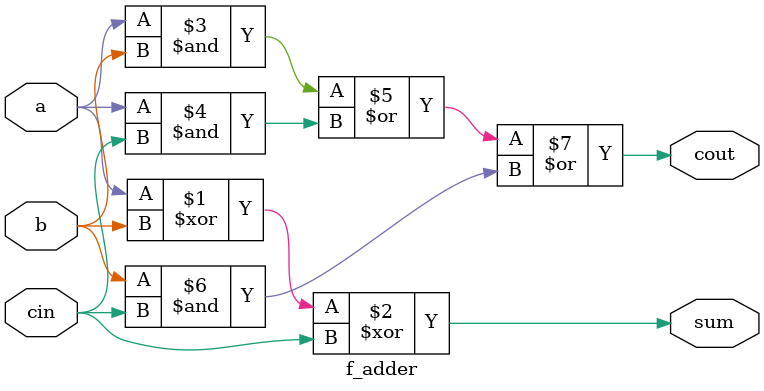
<source format=sv>
module f_adder ( input logic a, b, cin,
                output logic sum, cout );
    
    assign sum = a ^ b ^ cin;
    assign cout = (a & b) | (a & cin) | (b & cin);
    
endmodule

</source>
